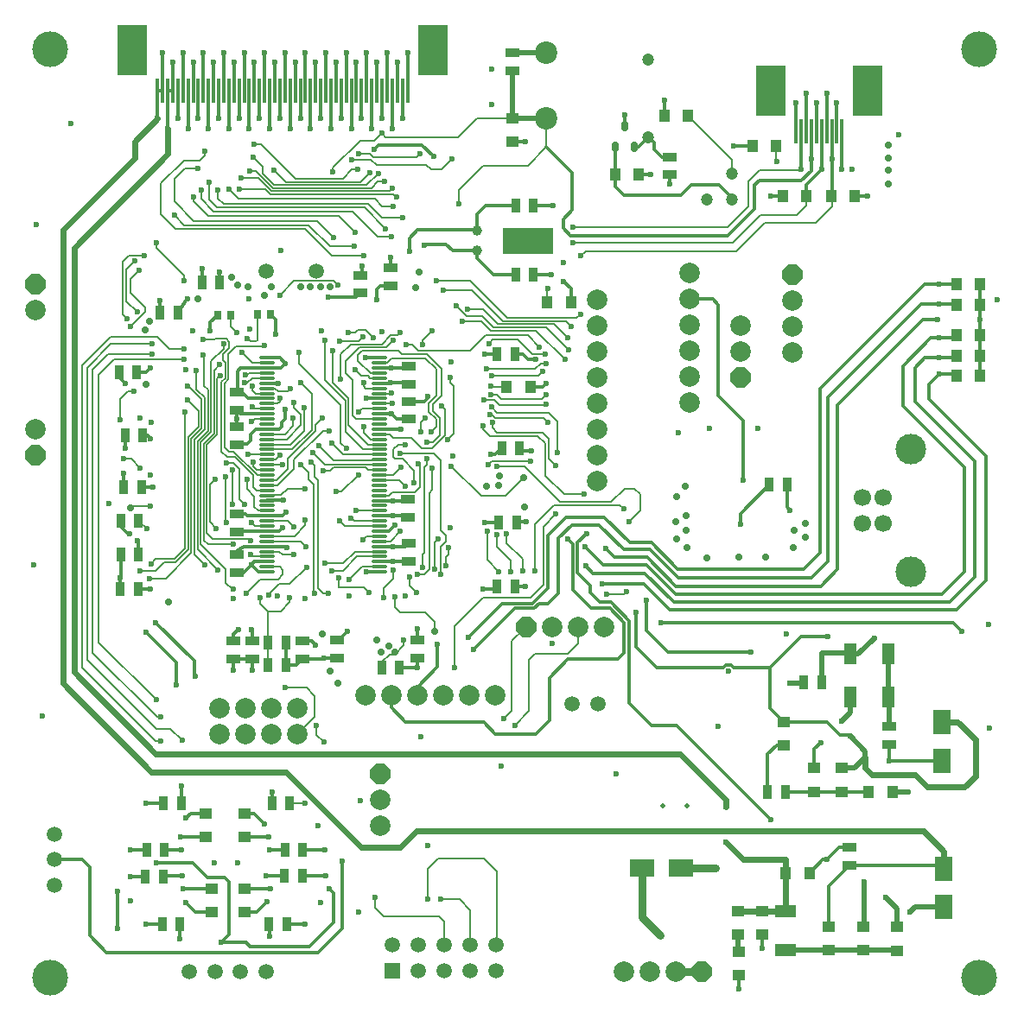
<source format=gbl>
G04 Layer_Physical_Order=4*
G04 Layer_Color=16711680*
%FSLAX43Y43*%
%MOMM*%
G71*
G01*
G75*
%ADD10R,1.000X1.300*%
%ADD19R,0.300X5.000*%
%ADD20R,3.000X5.000*%
%ADD21R,0.300X4.000*%
%ADD27R,1.750X2.400*%
%ADD28R,0.850X1.400*%
%ADD29R,1.400X0.850*%
%ADD30R,1.300X1.000*%
G04:AMPARAMS|DCode=34|XSize=0.65mm|YSize=1mm|CornerRadius=0.163mm|HoleSize=0mm|Usage=FLASHONLY|Rotation=0.000|XOffset=0mm|YOffset=0mm|HoleType=Round|Shape=RoundedRectangle|*
%AMROUNDEDRECTD34*
21,1,0.650,0.675,0,0,0.0*
21,1,0.325,1.000,0,0,0.0*
1,1,0.325,0.163,-0.338*
1,1,0.325,-0.163,-0.338*
1,1,0.325,-0.163,0.338*
1,1,0.325,0.163,0.338*
%
%ADD34ROUNDEDRECTD34*%
%ADD37C,0.300*%
%ADD38C,0.152*%
%ADD39C,0.200*%
%ADD40C,0.800*%
%ADD41C,0.500*%
%ADD42C,0.600*%
%ADD43C,0.320*%
%ADD46C,1.500*%
%ADD47C,0.700*%
%ADD48C,2.000*%
%ADD49C,1.200*%
%ADD50R,1.500X1.500*%
%ADD51P,2.165X8X112.5*%
%ADD52C,2.200*%
%ADD53P,2.165X8X22.5*%
%ADD54C,1.700*%
%ADD55C,3.000*%
%ADD56C,0.100*%
%ADD57C,1.000*%
%ADD58C,0.600*%
%ADD59C,3.500*%
%ADD60C,0.500*%
%ADD61R,2.000X1.250*%
%ADD62O,1.600X0.300*%
%ADD63R,1.250X2.000*%
%ADD64R,2.400X1.750*%
%ADD65R,5.000X2.500*%
%ADD66R,0.800X0.900*%
D10*
X115200Y164550D02*
D03*
X117500D02*
D03*
X99750Y137925D02*
D03*
X102050D02*
D03*
X133875Y156600D02*
D03*
X131575D02*
D03*
X126800D02*
D03*
X129100D02*
D03*
X143850Y143000D02*
D03*
X146150D02*
D03*
X143850Y139000D02*
D03*
X146150D02*
D03*
X143850Y141000D02*
D03*
X146150D02*
D03*
Y148000D02*
D03*
X143850D02*
D03*
Y146000D02*
D03*
X146150D02*
D03*
X129400Y90250D02*
D03*
X127100D02*
D03*
X137525Y98225D02*
D03*
X135225D02*
D03*
X112675Y158725D02*
D03*
X110375Y158725D02*
D03*
X103725Y146225D02*
D03*
X106025D02*
D03*
X126125Y161550D02*
D03*
X123825D02*
D03*
D19*
X132600Y161750D02*
D03*
X131100Y164250D02*
D03*
X130600Y161750D02*
D03*
X129100Y164250D02*
D03*
X128600Y161750D02*
D03*
X70025Y168225D02*
D03*
X74025D02*
D03*
X72525Y165725D02*
D03*
X70525D02*
D03*
X68525D02*
D03*
X68025Y168225D02*
D03*
X66525Y165725D02*
D03*
X66025Y168225D02*
D03*
X72025D02*
D03*
X76025D02*
D03*
X76525Y165725D02*
D03*
X74525D02*
D03*
X78025Y168225D02*
D03*
X78525Y165725D02*
D03*
X80525D02*
D03*
X80025Y168225D02*
D03*
X82025D02*
D03*
X82525Y165725D02*
D03*
X84025Y168225D02*
D03*
X84525Y165725D02*
D03*
X86025Y168225D02*
D03*
X86525Y165725D02*
D03*
X88025Y168225D02*
D03*
X88525Y165725D02*
D03*
X90025Y168225D02*
D03*
D20*
X125600Y167000D02*
D03*
X135100D02*
D03*
X92525Y170975D02*
D03*
X63025D02*
D03*
D21*
X128100Y163750D02*
D03*
X132100D02*
D03*
X131600Y162250D02*
D03*
X130100Y163750D02*
D03*
X129600Y162250D02*
D03*
X89525Y166225D02*
D03*
X89025Y167725D02*
D03*
X87525Y166225D02*
D03*
X87025Y167725D02*
D03*
X85525Y166225D02*
D03*
X85025Y167725D02*
D03*
X83525Y166225D02*
D03*
X83025Y167725D02*
D03*
X81025D02*
D03*
X81525Y166225D02*
D03*
X79525D02*
D03*
X77525D02*
D03*
X79025Y167725D02*
D03*
X77025D02*
D03*
X75025D02*
D03*
X75525Y166225D02*
D03*
X73525D02*
D03*
X73025Y167725D02*
D03*
X71525Y166225D02*
D03*
X71025Y167725D02*
D03*
X69025D02*
D03*
X69525Y166225D02*
D03*
X65525D02*
D03*
X67025Y167725D02*
D03*
X67525Y166225D02*
D03*
D27*
X142600Y90725D02*
D03*
Y86925D02*
D03*
X142400Y105100D02*
D03*
Y101300D02*
D03*
D28*
X67875Y97100D02*
D03*
X66125D02*
D03*
X63675Y124825D02*
D03*
X61925D02*
D03*
X87500Y110425D02*
D03*
X89250D02*
D03*
X127225Y128325D02*
D03*
X125475D02*
D03*
X69875Y148175D02*
D03*
X71625D02*
D03*
X65800Y145225D02*
D03*
X67550D02*
D03*
X61750Y139400D02*
D03*
X63500Y139400D02*
D03*
X62350Y133150D02*
D03*
X64100D02*
D03*
X61925Y121475D02*
D03*
X63675D02*
D03*
X63650Y118150D02*
D03*
X61900D02*
D03*
X100575Y118375D02*
D03*
X98825D02*
D03*
X100700Y124625D02*
D03*
X98950D02*
D03*
X101025Y131925D02*
D03*
X99275D02*
D03*
X100525Y141150D02*
D03*
X98775D02*
D03*
X100625Y148900D02*
D03*
X102375D02*
D03*
X100625Y155700D02*
D03*
X102375D02*
D03*
X128875Y108975D02*
D03*
X130625D02*
D03*
X125275Y98250D02*
D03*
X127025D02*
D03*
X78225Y85250D02*
D03*
X76475D02*
D03*
X77975Y90025D02*
D03*
X79725D02*
D03*
X78000Y92550D02*
D03*
X79750D02*
D03*
X62225Y128150D02*
D03*
X63975Y128150D02*
D03*
X78100Y110700D02*
D03*
X76350D02*
D03*
X78100Y112847D02*
D03*
X76350D02*
D03*
X64475Y92550D02*
D03*
X66225D02*
D03*
X64350Y89928D02*
D03*
X66100D02*
D03*
X67750Y85250D02*
D03*
X66000D02*
D03*
X76750Y97125D02*
D03*
X78500D02*
D03*
D29*
X73297Y125493D02*
D03*
Y123743D02*
D03*
X90072Y125143D02*
D03*
X90072Y126893D02*
D03*
X73300Y132250D02*
D03*
X73300Y134000D02*
D03*
X73322Y137393D02*
D03*
X73322Y135643D02*
D03*
X73297Y119768D02*
D03*
X73297Y121518D02*
D03*
X90131Y139968D02*
D03*
X90131Y138218D02*
D03*
X90119Y136525D02*
D03*
X90119Y134775D02*
D03*
X90122Y122593D02*
D03*
X90122Y120843D02*
D03*
X88350Y147825D02*
D03*
Y149575D02*
D03*
X85400Y148875D02*
D03*
X85400Y147125D02*
D03*
X73000Y113025D02*
D03*
Y111275D02*
D03*
X74825D02*
D03*
Y113025D02*
D03*
X79750Y111275D02*
D03*
Y113025D02*
D03*
X83100Y111375D02*
D03*
Y113125D02*
D03*
X137225Y104650D02*
D03*
Y102900D02*
D03*
X133300Y91050D02*
D03*
Y92800D02*
D03*
X100275Y168950D02*
D03*
X100275Y170700D02*
D03*
X115750Y160475D02*
D03*
Y158725D02*
D03*
X91000Y113100D02*
D03*
Y111350D02*
D03*
D30*
X131275Y82725D02*
D03*
Y85025D02*
D03*
X132575Y98250D02*
D03*
Y100550D02*
D03*
X126900Y102800D02*
D03*
Y105100D02*
D03*
X100275Y161975D02*
D03*
Y164275D02*
D03*
X134725Y82700D02*
D03*
Y85000D02*
D03*
X129900Y98250D02*
D03*
Y100550D02*
D03*
X137975Y84975D02*
D03*
Y82675D02*
D03*
X70850Y88750D02*
D03*
Y86450D02*
D03*
X74100D02*
D03*
Y88750D02*
D03*
X74025Y93825D02*
D03*
Y96125D02*
D03*
X70225D02*
D03*
Y93825D02*
D03*
X122425Y84225D02*
D03*
Y86525D02*
D03*
X124748Y84250D02*
D03*
Y86550D02*
D03*
X122450Y82550D02*
D03*
Y80250D02*
D03*
D34*
X111325Y163500D02*
D03*
X110375Y161500D02*
D03*
X112275D02*
D03*
D37*
X67875Y97100D02*
Y98850D01*
X103250Y137925D02*
X103600Y138275D01*
X102050Y137925D02*
X103250D01*
X105300Y148300D02*
X106025Y147575D01*
Y146225D02*
Y147575D01*
X101875Y140600D02*
X102600D01*
X101325Y141150D02*
X101875Y140600D01*
X100525Y141150D02*
X101325D01*
X83025Y169475D02*
X83025Y169475D01*
X85025Y169475D02*
X85025Y169475D01*
X87025Y169475D02*
X87025Y169475D01*
X89025Y169475D02*
X89025Y169475D01*
X78525Y163225D02*
X78525Y163225D01*
X86525Y163225D02*
X86525Y163225D01*
X88525Y163225D02*
X88525Y163225D01*
X99325Y131650D02*
X99350Y131625D01*
X99375Y131650D01*
X137225Y101250D02*
X142350D01*
X142400Y101300D01*
X74825Y110150D02*
Y111275D01*
X73000D02*
X74825D01*
X122650Y124450D02*
Y125500D01*
X125475Y128325D01*
X127225Y126150D02*
X127525Y125850D01*
X127225Y126150D02*
Y128325D01*
X117650Y146535D02*
X119940D01*
X120475Y146000D01*
Y137100D02*
Y146000D01*
Y137100D02*
X122950Y134625D01*
Y128825D02*
Y134625D01*
X106025Y146225D02*
X106050Y146200D01*
X124050Y157700D02*
X124500Y158150D01*
X124050Y155399D02*
Y157700D01*
X121426Y152775D02*
X124050Y155399D01*
X105975Y152775D02*
X121426D01*
X61750Y138900D02*
X62350Y138300D01*
X61750Y138900D02*
Y139400D01*
X63500Y139400D02*
X63525Y139375D01*
X64450D01*
X64875Y139800D01*
X62350Y131950D02*
Y133150D01*
X62225Y129425D02*
X62225Y129425D01*
Y128150D02*
Y129425D01*
X61875Y119250D02*
X61900Y119225D01*
Y118150D02*
Y119225D01*
X130450Y121675D02*
Y137775D01*
X128875Y120100D02*
X130450Y121675D01*
Y137775D02*
X140675Y148000D01*
X109225Y120475D02*
X113400D01*
X129600Y119200D02*
X131250Y120850D01*
Y136950D01*
X140350Y146050D01*
X108225Y119675D02*
X113250D01*
X109100Y118600D02*
X113150D01*
X145575Y119275D02*
Y130650D01*
X144575Y119775D02*
Y130025D01*
X138575Y136025D02*
X144575Y130025D01*
X139750Y136475D02*
X145575Y130650D01*
X141150Y136725D02*
X146725Y131150D01*
Y118925D02*
Y131150D01*
X138575Y136025D02*
Y139975D01*
X139750Y136475D02*
Y139825D01*
X141150Y136725D02*
Y138200D01*
X113425Y114075D02*
Y116975D01*
X138575Y139975D02*
X141325Y142725D01*
X142150D01*
X107400Y122300D02*
X109225Y120475D01*
X107500Y120400D02*
X108225Y119675D01*
X141150Y138200D02*
X142150Y139200D01*
X139750Y139825D02*
X140725Y140800D01*
X77100Y143100D02*
Y144500D01*
X76600Y145000D02*
X77100Y144500D01*
X70700Y143450D02*
Y144250D01*
X71425Y144975D01*
X71625Y148175D02*
Y149200D01*
X115175Y166000D02*
X115200Y165975D01*
Y164550D02*
Y165975D01*
X121850Y156325D02*
Y156500D01*
X120575Y157775D02*
X121850Y156500D01*
X117875Y157775D02*
X120575D01*
X116850Y156750D02*
X117875Y157775D01*
X111225Y156750D02*
X116850D01*
X110375Y157600D02*
X111225Y156750D01*
X110375Y157600D02*
Y158725D01*
X112700Y161500D02*
X113625Y162425D01*
X112275Y161500D02*
X112700D01*
X103625Y161450D02*
X106175Y158900D01*
Y155250D02*
Y158900D01*
X105275Y154350D02*
X106175Y155250D01*
X105275Y153475D02*
Y154350D01*
Y153475D02*
X105975Y152775D01*
X129600Y159125D02*
Y160500D01*
X115750Y157850D02*
Y158725D01*
X114975Y160475D02*
X115750D01*
X114200Y161250D02*
X114975Y160475D01*
X114200Y161250D02*
Y161850D01*
X113625Y162425D02*
X114200Y161850D01*
X112675Y158725D02*
X113825D01*
X110375Y158725D02*
Y161500D01*
X111325Y163500D02*
Y164575D01*
X140675Y148000D02*
X142175D01*
X140350Y146050D02*
X142150D01*
X140725Y140800D02*
X142175D01*
X76247Y138293D02*
X77400D01*
X85972Y119793D02*
X87247D01*
X88465Y106485D02*
Y107725D01*
X74600Y83100D02*
X80450D01*
X74250Y83450D02*
X74600Y83100D01*
X71750Y83450D02*
X74250D01*
X71750D02*
X72550Y84250D01*
Y89425D01*
X82325Y88725D02*
X82750Y88300D01*
X72100Y89875D02*
X72550Y89425D01*
X70425Y89875D02*
X72100D01*
X69000Y91300D02*
X70425Y89875D01*
X65400Y91300D02*
X69000D01*
X83650Y84875D02*
Y91425D01*
X81250Y82475D02*
X83650Y84875D01*
X61650Y84825D02*
Y88475D01*
X60550Y82475D02*
X81250D01*
X58900Y84125D02*
X60550Y82475D01*
X58900Y84125D02*
Y90875D01*
X58175Y91600D02*
X58900Y90875D01*
X55425Y91600D02*
X58175D01*
X76500Y84075D02*
Y85182D01*
X76453Y85228D02*
X76500Y85182D01*
X65800Y145225D02*
Y146425D01*
X91700Y151800D02*
X91800Y151900D01*
X91000Y153300D02*
X96800D01*
X90200Y152500D02*
X91000Y153300D01*
X96800D02*
X96825Y153275D01*
X88168Y123793D02*
X88775Y124400D01*
X87247Y123793D02*
X88168D01*
X87247Y125293D02*
X90047D01*
X77793Y125293D02*
X78150Y125650D01*
X74332Y125293D02*
X77793D01*
X78054Y140257D02*
X78068D01*
X78075Y140250D01*
X91975Y136825D02*
Y137025D01*
X91675Y136525D02*
X91975Y136825D01*
X132400Y103800D02*
X133300D01*
X131100Y105100D02*
X132400Y103800D01*
X126900Y105100D02*
X131100D01*
X133300Y103800D02*
X133400Y103700D01*
X125600Y156600D02*
X126800D01*
X133875D02*
X135100D01*
X131600Y156625D02*
Y160500D01*
X90200Y151200D02*
Y152500D01*
X91800Y151900D02*
X93800D01*
X94425Y151275D01*
X96825D01*
X102375Y148900D02*
X104100D01*
X102375Y155700D02*
X104300D01*
X96800Y151250D02*
X96825Y151275D01*
X97700Y155700D02*
X100625D01*
X96825Y154825D02*
X97700Y155700D01*
X96825Y153275D02*
Y154825D01*
X131275Y85025D02*
Y89025D01*
X125275Y98250D02*
X125300Y98275D01*
Y101925D01*
X126175Y102800D01*
X126900D01*
X137225Y101250D02*
Y102900D01*
X127025Y98250D02*
X129900D01*
X135200D02*
X135225Y98225D01*
X132575Y98250D02*
X135200D01*
X129900D02*
X132575D01*
X65775Y145200D02*
X65800Y145225D01*
X97600Y141150D02*
X98775D01*
X100775Y124700D02*
X101700D01*
X86997Y146472D02*
X87025Y146500D01*
Y147475D01*
X87375Y147825D01*
X88350D01*
Y149575D02*
X88375Y149600D01*
Y150650D01*
X85550Y149025D02*
Y149775D01*
X85400Y148875D02*
X85550Y149025D01*
X69875Y148175D02*
Y149500D01*
X62225Y128150D02*
X62225Y128150D01*
X63650Y118150D02*
X63675Y118125D01*
X64875D01*
X61875Y118175D02*
X61900Y118150D01*
X73000Y110175D02*
Y111275D01*
Y113025D02*
Y113681D01*
X91000Y110425D02*
Y111350D01*
X100525Y118125D02*
X100550Y118100D01*
X100700Y124625D02*
X100775Y124700D01*
X90997Y114228D02*
X91000Y114225D01*
Y113100D02*
Y114225D01*
X79725Y90025D02*
X82025D01*
X76453Y85228D02*
X76475Y85250D01*
X87247Y120793D02*
X88593D01*
X87247D02*
X87247D01*
X88593D02*
X88600Y120800D01*
X87247Y120793D02*
X87254Y120800D01*
X88600D02*
X88643Y120843D01*
X90122D01*
X89779Y122250D02*
X90122Y122593D01*
X88650Y122250D02*
X89779D01*
X88607Y122293D02*
X88650Y122250D01*
X87247Y122293D02*
X88607D01*
X90031Y138318D02*
X90131Y138218D01*
X88400Y138318D02*
X90031D01*
X90119Y136525D02*
X91675D01*
X89963Y139800D02*
X90131Y139968D01*
X88425Y139800D02*
X89963D01*
X88375Y138293D02*
X88400Y138318D01*
X87247Y138293D02*
X88375D01*
X88950Y134775D02*
X90119D01*
X88425Y135300D02*
X88950Y134775D01*
X88418Y135293D02*
X88425Y135300D01*
X87247Y135293D02*
X88418D01*
Y139793D02*
X88425Y139800D01*
X87247Y139793D02*
X88418D01*
X87247Y133793D02*
X89350D01*
X87247Y133793D02*
X87247Y133793D01*
X78000Y134775D02*
Y135750D01*
X73172Y123793D02*
X73172Y123793D01*
X87247Y126793D02*
X90047D01*
X87247Y122293D02*
X87247Y122293D01*
X73297Y121818D02*
X73972Y122293D01*
X73777Y135673D02*
Y135673D01*
X73778Y135668D02*
Y135668D01*
X73778Y135668D02*
X73778Y135668D01*
X73778Y135668D02*
Y135668D01*
X73778Y135669D02*
X73778Y135668D01*
X73347Y137493D02*
Y139493D01*
X73647Y139793D01*
X73352Y135544D02*
X73405Y135560D01*
X73777Y135673D01*
X73322Y135643D02*
X73405Y135560D01*
X73778Y135669D02*
Y135669D01*
X73777Y135673D02*
X73778Y135669D01*
X73322Y134797D02*
Y135535D01*
Y135643D01*
X73269Y135518D02*
X73322Y135535D01*
X73352Y135544D01*
X73322Y134022D02*
Y134797D01*
X73300Y134000D02*
X73322Y134022D01*
X73405Y135560D02*
X73672Y135293D01*
X76247D01*
X74625Y133275D02*
X75143Y133793D01*
X74625Y132650D02*
Y133275D01*
X74350Y132375D02*
X74625Y132650D01*
X73425Y132375D02*
X74350D01*
X73300Y132250D02*
X73425Y132375D01*
X73647Y139793D02*
X77618D01*
X78075Y140250D01*
X76247Y140793D02*
X77532D01*
X78075Y140250D01*
X73972Y122293D02*
X76247D01*
X76254Y122300D01*
X78050D01*
X78175Y122175D01*
X73297Y125493D02*
X74132D01*
X74332Y125293D01*
X86007Y136793D02*
X87247D01*
X76247Y126793D02*
X76260Y126806D01*
X77854D01*
X73172Y123793D02*
X77443D01*
X77750Y124100D01*
X146150Y146000D02*
Y148000D01*
Y141000D02*
Y143000D01*
Y139000D02*
Y141000D01*
X142175Y148000D02*
X143850D01*
X142150Y146050D02*
X143800D01*
X143850Y146000D01*
X142150Y142725D02*
X143575D01*
X143850Y143000D01*
X142175Y140800D02*
X143650D01*
X143850Y141000D01*
X142150Y139200D02*
X143650D01*
X143850Y139000D01*
X72500Y113181D02*
X73000Y113025D01*
X68475Y146625D02*
X68500Y146600D01*
X67550Y145225D02*
X68475Y146625D01*
X85400Y147125D02*
Y147175D01*
X97575Y124650D02*
X98950Y124625D01*
X79750Y92550D02*
X81975D01*
X64400Y97150D02*
X66075D01*
X78225Y85250D02*
X79975D01*
X100275Y161975D02*
X101575D01*
X131275Y89025D02*
X133300Y91050D01*
X142275D01*
X142600Y90725D01*
X125550Y106450D02*
X126900Y105100D01*
X125550Y106450D02*
Y110450D01*
X129900Y100550D02*
Y102425D01*
X130525Y103050D01*
X73000Y113681D02*
X73497Y114178D01*
X92975Y110475D02*
Y112725D01*
X91005Y108505D02*
X92975Y110475D01*
X91005Y107725D02*
Y108505D01*
X82275Y146725D02*
X85000D01*
X85400Y147125D01*
X96800Y150550D02*
Y151250D01*
Y150550D02*
X98450Y148900D01*
X100625D01*
X83100Y113125D02*
X83325D01*
X84175Y113975D01*
X81850Y111375D02*
X83100D01*
X89250Y110425D02*
X91000D01*
X74825Y113025D02*
Y114100D01*
X74750Y114175D02*
X74825Y114100D01*
X78100Y110700D02*
Y112847D01*
Y110700D02*
X79175D01*
X79750Y111275D01*
X81750D01*
X81850Y111375D01*
X79750Y113025D02*
X80625D01*
X81025Y112625D01*
X75143Y133793D02*
X76247D01*
X76247Y133793D01*
X77468D01*
X77725Y134050D01*
Y134500D01*
X78000Y134775D01*
X73872Y137343D02*
X74422Y136793D01*
X76172D01*
X64100Y133150D02*
X64600D01*
X64875Y132875D01*
X63975Y128150D02*
X65100D01*
X65107Y128143D01*
X129400Y90250D02*
X130725Y91575D01*
X131100D01*
X132325Y92800D02*
X133300D01*
X131100Y91575D02*
X132325Y92800D01*
X85932Y140793D02*
X87247D01*
X146150Y143000D02*
Y144500D01*
Y146000D01*
X65525Y166975D02*
X66025D01*
X66525D02*
X67025D01*
X75432Y119793D02*
X76247D01*
X74725Y120500D02*
X75432Y119793D01*
X75018Y120793D02*
X76247D01*
X74725Y120500D02*
X75018Y120793D01*
X73297Y119768D02*
X73993D01*
X74725Y120500D01*
X61925Y119300D02*
Y121475D01*
X61875Y119250D02*
X61925Y119300D01*
Y124200D02*
Y124825D01*
Y124200D02*
X62600Y123525D01*
X62800D01*
X63675Y121475D02*
Y122700D01*
X63550Y122825D02*
X63675Y122700D01*
X122001Y110450D02*
X125550D01*
X121749Y110702D02*
X122001Y110450D01*
X121251Y110702D02*
X121749D01*
X120999Y110450D02*
X121251Y110702D01*
X114425Y110450D02*
X120999D01*
X112400Y112475D02*
X114425Y110450D01*
X112400Y112475D02*
Y115825D01*
X112375Y115850D02*
X112400Y115825D01*
X113400Y120475D02*
X116275Y117600D01*
X142400D01*
X144575Y119775D01*
X113250Y119675D02*
X116100Y116825D01*
X143125D01*
X145575Y119275D01*
X128575Y113475D02*
X131250D01*
X125550Y110450D02*
X128575Y113475D01*
X114875Y114825D02*
X143500D01*
X144325Y114000D01*
X113150Y118600D02*
X115700Y116050D01*
X143850D01*
X146725Y118925D01*
X116400Y104725D02*
X125650Y95475D01*
X106200Y118025D02*
Y122550D01*
X105750Y123000D02*
X106200Y122550D01*
X106652Y122652D02*
X107550Y123550D01*
X107575D01*
X67825Y93825D02*
X70147D01*
X66225Y92550D02*
X67850D01*
X62875D02*
X64475D01*
X62850Y92525D02*
X62875Y92550D01*
X66147Y89975D02*
X67950D01*
X66100Y89928D02*
X66147Y89975D01*
X64322Y89900D02*
X64350Y89928D01*
X62900Y89900D02*
X64322D01*
X64450Y85250D02*
X66000D01*
X66000Y85250D01*
X67750Y83850D02*
Y85250D01*
X67725Y83825D02*
X67750Y83850D01*
X68025Y88725D02*
X70825D01*
X70850Y88750D01*
X68300Y87375D02*
X69225Y86450D01*
X70850D01*
X76750Y97125D02*
Y98225D01*
X76750Y98225D02*
X76750Y98225D01*
X80450Y83100D02*
X82750Y85400D01*
Y88300D01*
X75225Y86450D02*
X76225Y87450D01*
X74100Y86450D02*
X75225D01*
X74125Y88725D02*
X76575D01*
X74100Y88750D02*
X74125Y88725D01*
X77950Y90050D02*
X77975Y90025D01*
X74025Y93825D02*
X76400D01*
X74975Y96125D02*
X76025Y95075D01*
X74025Y96125D02*
X74975D01*
X65375Y114850D02*
X69150Y111075D01*
Y109575D02*
X69200D01*
X64450Y113875D02*
X67400Y110925D01*
Y108725D02*
Y110925D01*
X69150Y109575D02*
Y111075D01*
X76525Y92550D02*
X78000D01*
X78000Y92550D01*
X76200Y90000D02*
X77900D01*
X77950Y90050D01*
X68325Y95675D02*
X68775Y96125D01*
X70225D01*
X106652Y119723D02*
Y122652D01*
X113950Y104725D02*
X116400D01*
X100575Y118375D02*
X101550D01*
X101575Y118350D01*
X97468Y118143D02*
X98593D01*
X98825Y118375D01*
X96000Y113400D02*
X99300Y116700D01*
X102275D01*
X103800Y118225D01*
Y123400D01*
X96500Y112200D02*
X100548Y116248D01*
X102462D01*
X102914Y116700D01*
X103775D01*
X104800Y117725D01*
Y123100D01*
X111725Y106950D02*
X113950Y104725D01*
X107920Y117755D02*
Y118455D01*
X106652Y119723D02*
X107920Y118455D01*
Y117755D02*
X108850Y116825D01*
X109925D01*
X111725Y115025D01*
Y106950D02*
Y115025D01*
X106200Y118025D02*
X108000Y116225D01*
X109886D01*
X111273Y114838D01*
Y111875D02*
Y114838D01*
X110623Y111225D02*
X111273Y111875D01*
X98650Y131300D02*
X99275Y131925D01*
X98175Y131300D02*
X98650D01*
X101025Y131925D02*
X101325Y131625D01*
X102150D01*
X104800Y123100D02*
X106125Y124425D01*
X103800Y123400D02*
X105575Y125175D01*
X106125Y124425D02*
X108800D01*
X111250Y121975D01*
X105575Y125175D02*
X109325D01*
X111825Y122675D01*
X111250Y121975D02*
X113750D01*
X116525Y119200D01*
X129600D01*
X111825Y122675D02*
X113900D01*
X116475Y120100D01*
X128875D01*
X123648Y111973D02*
X123650Y111975D01*
X115527Y111973D02*
X123648D01*
X113425Y114075D02*
X115527Y111973D01*
X88465Y106485D02*
X89850Y105100D01*
X97481D01*
X98656Y103925D01*
X103925Y109425D02*
X105725Y111225D01*
X110623D01*
X98656Y103925D02*
X102600D01*
X103925Y105250D01*
Y109425D01*
X88025Y168225D02*
Y170725D01*
X86775Y161250D02*
X87175Y161650D01*
X91425D01*
X92575Y160500D01*
X129100Y156600D02*
Y157750D01*
X130600Y159250D01*
X124500Y158150D02*
X128625D01*
X129600Y159125D01*
X122025Y161550D02*
X123825D01*
X124748Y82877D02*
Y84250D01*
Y82877D02*
X124750Y82875D01*
X122450Y78875D02*
Y80250D01*
D38*
X98825Y135425D02*
X103850D01*
X103350Y134900D02*
X103750Y134500D01*
X98647Y134900D02*
X103350D01*
X103300Y133450D02*
X103900Y132850D01*
X98800Y133450D02*
X103300D01*
X99175Y136775D02*
X103225D01*
X98750Y137200D02*
X99175Y136775D01*
X103225D02*
X103600Y137150D01*
X98300Y137925D02*
X99750D01*
X106612Y144687D02*
X107000Y145075D01*
X102625Y143425D02*
X105450Y140600D01*
X98200Y143425D02*
X102625D01*
X103625Y143775D02*
X105800Y141600D01*
X98425Y143775D02*
X103625D01*
X104371Y144079D02*
X105725Y142725D01*
X103075Y140250D02*
X103625D01*
X102875Y139050D02*
X103275Y139450D01*
X105542Y144383D02*
X106100Y143825D01*
X99342Y144383D02*
X105542D01*
X99813Y144687D02*
X106612D01*
X103725Y147525D02*
X103750Y147550D01*
X103725Y146225D02*
Y147525D01*
X87550Y154500D02*
X89525D01*
X86175Y155875D02*
X87550Y154500D01*
X72000Y155875D02*
X86175D01*
X71475Y156400D02*
X72000Y155875D01*
X71475Y156400D02*
Y157250D01*
X85799Y155500D02*
X87862Y153437D01*
X71375Y155500D02*
X85799D01*
X70600Y156275D02*
X71375Y155500D01*
X84650Y155125D02*
X87075Y152700D01*
X71050Y155125D02*
X84650D01*
X69800Y156375D02*
X71050Y155125D01*
X83300Y154700D02*
X84900Y153100D01*
X70475Y154700D02*
X83300D01*
X69050Y156125D02*
X70475Y154700D01*
X81150Y154200D02*
X82800Y152550D01*
X69100Y154200D02*
X81150D01*
X67200Y156100D02*
X69100Y154200D01*
X80325Y153800D02*
X82425Y151700D01*
X68150Y153800D02*
X80325D01*
X67200Y154750D02*
X68150Y153800D01*
X102225Y141175D02*
X103525D01*
X98250Y139050D02*
X102875D01*
X102525Y139700D02*
X103075Y140250D01*
X97750Y139700D02*
X102525D01*
X103900Y130900D02*
X104575Y130225D01*
X103900Y130900D02*
Y132850D01*
X62500Y149475D02*
X63275Y150250D01*
X82778Y148322D02*
X83200Y147900D01*
X78916Y148322D02*
X82778D01*
X77497Y146903D02*
X78916Y148322D01*
X62650Y137475D02*
X63200D01*
X89675Y112625D02*
Y113150D01*
X77136Y130793D02*
X77551Y131208D01*
X76247Y130793D02*
X77136D01*
X86146Y129793D02*
X87247D01*
X85900Y130039D02*
X86146Y129793D01*
X82789Y130039D02*
X85900D01*
X82475Y129725D02*
X82789Y130039D01*
X81725Y129725D02*
X82475D01*
X74900Y130130D02*
Y130525D01*
Y130130D02*
X75237Y129793D01*
X76247D01*
X76950Y159200D02*
X78117Y158033D01*
X85434D01*
X88443Y137293D02*
X88450Y137300D01*
X87247Y137293D02*
X88443D01*
X100800Y142600D02*
X102225Y141175D01*
X98400Y142600D02*
X100800D01*
X98000Y142200D02*
X98400Y142600D01*
X97250Y144375D02*
X98200Y143425D01*
X130025Y154025D02*
X131600Y155600D01*
X125050Y154025D02*
X130025D01*
X122275Y151250D02*
X125050Y154025D01*
X131600Y155600D02*
Y156625D01*
X107500Y151250D02*
X122275D01*
X124644Y154794D02*
X128194D01*
X123881Y154031D02*
X124644Y154794D01*
X121925Y152075D02*
X123881Y154031D01*
X106250Y152075D02*
X121925D01*
X128194Y154794D02*
X129100Y155700D01*
X124500Y159150D02*
X128500D01*
X123400Y158050D02*
X124500Y159150D01*
X123400Y155625D02*
Y158050D01*
X121350Y153575D02*
X123400Y155625D01*
X106250Y153575D02*
X121350D01*
X129100Y155700D02*
Y156600D01*
X107025Y150775D02*
X107500Y151250D01*
X58150Y140050D02*
X60900Y142800D01*
X58150Y110450D02*
Y140050D01*
Y110450D02*
X65350Y103250D01*
X58650Y139825D02*
X60975Y142150D01*
X58650Y111150D02*
Y139825D01*
Y111150D02*
X65400Y104400D01*
X59200Y139625D02*
X60718Y141143D01*
X59200Y111875D02*
Y139625D01*
X61265Y140615D02*
X68090D01*
X59750Y139100D02*
X61265Y140615D01*
X59750Y112900D02*
Y139100D01*
Y112900D02*
X65400Y107250D01*
X61900Y136725D02*
X62650Y137475D01*
X61900Y134700D02*
Y136725D01*
X63675Y124625D02*
Y124825D01*
X60900Y142800D02*
X65525D01*
X60975Y142150D02*
X65000D01*
X60718Y141143D02*
X65007D01*
X75300Y142525D02*
Y145000D01*
X72725Y143850D02*
X73275Y143300D01*
X72725Y143850D02*
Y144975D01*
X91787Y140712D02*
X92825Y139675D01*
X88463Y140712D02*
X91787D01*
X92825Y137075D02*
Y139675D01*
X62500Y146325D02*
Y149475D01*
X62100Y145050D02*
Y150225D01*
X62900Y148475D02*
X63750Y149325D01*
X62900Y147200D02*
Y148475D01*
X78900Y129896D02*
Y130808D01*
X78325Y130940D02*
X80979Y133594D01*
X78325Y129900D02*
Y130940D01*
X77218Y128793D02*
X78325Y129900D01*
X76247Y128793D02*
X77218D01*
X77743Y130293D02*
X77775Y130325D01*
X77551Y131208D02*
Y131225D01*
X76247Y131793D02*
X78748D01*
X80979Y133594D02*
Y134179D01*
X81700Y134900D01*
X74275Y127950D02*
Y128900D01*
Y127950D02*
X75022Y127203D01*
X74900Y128150D02*
Y129270D01*
X73124Y131046D02*
X74900Y129270D01*
X75307Y129293D02*
X76247D01*
X73003Y131597D02*
X75307Y129293D01*
X72354Y131046D02*
X73124D01*
X72506Y131597D02*
X73003D01*
X72105Y131997D02*
X72506Y131597D01*
X74425Y131300D02*
X74432Y131293D01*
X76247D01*
X71801Y131599D02*
X72354Y131046D01*
X71801Y131599D02*
Y138404D01*
X72105Y131997D02*
Y138278D01*
X71801Y138404D02*
X72178Y138781D01*
X72105Y138278D02*
X72482Y138655D01*
X70779Y140429D02*
X72025Y141675D01*
X72178Y138781D02*
Y140294D01*
X71925Y140547D02*
X72178Y140294D01*
X78748Y131793D02*
X80675Y133720D01*
X78572Y132293D02*
X79900Y133621D01*
X78175Y132793D02*
X79550Y134168D01*
X80950Y129100D02*
Y130250D01*
X80600Y130600D02*
X80950Y130250D01*
Y129100D02*
X81300Y128750D01*
X92177Y120081D02*
Y120555D01*
X92172Y120561D02*
X92177Y120555D01*
X72848Y118093D02*
X72972D01*
X72197Y118744D02*
X72848Y118093D01*
X80825Y117775D02*
X80900Y117700D01*
X80825Y117775D02*
Y128351D01*
X93325Y136100D02*
X93701Y135724D01*
Y133203D02*
Y135724D01*
X93460Y132962D02*
X93701Y133203D01*
X92550Y136225D02*
X93372Y137047D01*
X92550Y135525D02*
Y136225D01*
Y135525D02*
X93175Y134900D01*
X93372Y137047D02*
Y139703D01*
X93175Y133225D02*
Y134900D01*
X121850Y158825D02*
Y160200D01*
X117500Y164550D02*
X121850Y160200D01*
X88662Y156813D02*
X88975Y156500D01*
X76572Y156813D02*
X88662D01*
X76085Y157300D02*
X76572Y156813D01*
X73525Y157300D02*
X76085D01*
X88292Y157117D02*
X88550Y157375D01*
X76698Y157117D02*
X88292D01*
X75390Y158425D02*
X76698Y157117D01*
X73750Y158425D02*
X75390D01*
X87122Y158075D02*
X87775D01*
X86468Y157421D02*
X87122Y158075D01*
X76824Y157421D02*
X86468D01*
X75145Y159100D02*
X76824Y157421D01*
X74575Y159100D02*
X75145D01*
X86025Y157725D02*
X87150Y158850D01*
X76950Y157725D02*
X86025D01*
X77425Y156365D02*
X78675D01*
X77423Y156367D02*
X77425Y156365D01*
X78675D02*
X78677Y156367D01*
X75025Y161700D02*
X75700D01*
X76247Y137793D02*
X76275Y137765D01*
X83705Y119900D02*
X85098Y121293D01*
X82650Y119900D02*
X83705D01*
X84275Y119025D02*
X85571Y120321D01*
X83723Y120625D02*
X84891Y121793D01*
X81975Y120625D02*
X83723D01*
X87219Y120321D02*
X87247Y120293D01*
X85571Y120321D02*
X87219D01*
X83576Y127650D02*
X85201Y129275D01*
X91097Y130368D02*
X91225Y130240D01*
X90743Y127593D02*
X91225Y128075D01*
Y130240D01*
X88625Y131050D02*
X88804Y130872D01*
X89326Y131400D02*
X92590D01*
X93460Y132958D02*
Y132962D01*
X92403Y131900D02*
X93460Y132958D01*
X88821Y143001D02*
X89076D01*
X88819Y143003D02*
X88821Y143001D01*
X96150Y148350D02*
X99813Y144687D01*
X92850Y148350D02*
X96150D01*
X96350Y147375D02*
X99342Y144383D01*
X93575Y147375D02*
X96350D01*
X98896Y144079D02*
X104371D01*
X97425Y145550D02*
X98896Y144079D01*
X95900Y145550D02*
X97425D01*
X97325Y144875D02*
X98425Y143775D01*
X95800Y144875D02*
X97325D01*
X94825Y145850D02*
X95800Y144875D01*
X95425Y144375D02*
X97250D01*
X103625Y161450D02*
Y164225D01*
X95025Y155900D02*
Y157250D01*
X97400Y159625D01*
X101800D01*
X103625Y161450D01*
X94975Y162425D02*
X96825Y164275D01*
X87875Y162425D02*
X94975D01*
X66800Y104400D02*
X67925Y103275D01*
X65400Y104400D02*
X66800D01*
X65350Y103250D02*
X65850D01*
X68090Y140615D02*
X68125Y140650D01*
X65525Y142800D02*
X66675Y141650D01*
X68100D01*
X62900Y147200D02*
X64350Y145750D01*
X62100Y145050D02*
X62550Y144600D01*
X84249Y134240D02*
X86196Y132293D01*
X84249Y134240D02*
Y136801D01*
X82700Y138350D02*
X84249Y136801D01*
X82700Y138350D02*
Y141475D01*
X82675Y141500D02*
X82700Y141475D01*
X92172Y120561D02*
Y127543D01*
X77501Y136490D02*
Y136825D01*
X85434Y158033D02*
X86300Y158900D01*
X86808Y156367D02*
X87525Y155650D01*
X78677Y156367D02*
X86808D01*
X76600D02*
X77423D01*
X76598Y156369D02*
X76600Y156367D01*
X76025Y156369D02*
X76598D01*
X76023Y156371D02*
X76025Y156369D01*
X74950Y156371D02*
X76023D01*
X74948Y156373D02*
X74950Y156371D01*
X74025Y156373D02*
X74948D01*
X74023Y156375D02*
X74025Y156373D01*
X73450Y156375D02*
X74023D01*
X62700Y150825D02*
X64275D01*
X62100Y150225D02*
X62700Y150825D01*
X79062Y158337D02*
X83713D01*
X75700Y161700D02*
X79062Y158337D01*
X87525Y155650D02*
X88625D01*
X88975Y156500D02*
X89000Y156525D01*
X65850Y154875D02*
X67325Y153400D01*
X87075Y152700D02*
X88475D01*
X69800Y156375D02*
Y157250D01*
X83713Y158337D02*
X84600Y159225D01*
X72525Y157300D02*
X73450Y156375D01*
X93297Y123868D02*
X93775Y123390D01*
X88368Y122793D02*
X89325Y123750D01*
X83926Y124318D02*
X87222D01*
X84801Y124793D02*
X87247D01*
X87222Y124318D02*
X87247Y124293D01*
X83404Y124840D02*
X83926Y124318D01*
X85997Y123293D02*
X87247D01*
X85622Y122918D02*
X85997Y123293D01*
X81300Y118223D02*
X81798Y117725D01*
X81300Y118223D02*
Y128750D01*
X76447Y117543D02*
Y117597D01*
X77450Y118600D01*
X78500D01*
X80150Y120250D01*
X80325Y128851D02*
Y129525D01*
Y128851D02*
X80825Y128351D01*
X75022Y126175D02*
Y127203D01*
X78968Y123293D02*
X80025Y124350D01*
Y124925D01*
X73575Y126925D02*
X74050Y126450D01*
X73575Y126925D02*
Y129853D01*
X74550Y123025D02*
X74675Y122900D01*
X72175Y124725D02*
X72275Y124625D01*
X72175Y124725D02*
Y129100D01*
X72850Y126400D02*
Y129775D01*
X72953Y130475D02*
X73575Y129853D01*
X72300Y130475D02*
X72953D01*
X75257Y127793D02*
X76247D01*
X74900Y128150D02*
X75257Y127793D01*
X79425Y140250D02*
X83482Y136193D01*
X79425Y140250D02*
Y141318D01*
X85676Y131793D02*
X87247D01*
X85750Y133425D02*
X86382Y132793D01*
X87247D01*
X85750Y133425D02*
Y134000D01*
X92500Y132550D02*
X93175Y133225D01*
X91900Y132550D02*
X92500D01*
X92325Y133525D02*
X92825Y134025D01*
Y134775D01*
X92100Y135500D02*
X92825Y134775D01*
X92100Y135500D02*
Y136350D01*
X92825Y137075D01*
X88518Y127593D02*
X90743D01*
X88647Y129293D02*
X89385Y130031D01*
X83026Y127650D02*
X83576D01*
X83482Y132433D02*
X84025Y131890D01*
X81925Y138612D02*
Y142500D01*
X83945Y133524D02*
X85676Y131793D01*
X83945Y133524D02*
Y136592D01*
X81925Y138612D02*
X83945Y136592D01*
X83732Y131293D02*
X87247D01*
X82625Y132400D02*
X83732Y131293D01*
X82700Y159000D02*
Y159400D01*
X62500Y146325D02*
X63550Y145275D01*
X69050Y156125D02*
Y156575D01*
X70000Y142600D02*
X71100D01*
X65400Y151600D02*
Y152100D01*
Y151600D02*
X68150Y148850D01*
Y148350D02*
Y148850D01*
X68250Y159350D02*
X69500D01*
X67200Y158300D02*
X68250Y159350D01*
X67200Y156100D02*
Y158300D01*
X68125Y160150D02*
X69700D01*
X65850Y157875D02*
X68125Y160150D01*
X72025Y141675D02*
Y142150D01*
X65850Y154875D02*
Y157875D01*
X100525Y141150D02*
X100650Y141275D01*
X87705Y117306D02*
Y118230D01*
X70600Y156275D02*
Y158025D01*
X75800Y158875D02*
X76950Y157725D01*
X87862Y153437D02*
X87875Y153450D01*
X98730Y83270D02*
X98760Y83300D01*
Y90455D01*
X97535Y91680D02*
X98760Y90455D01*
X93035Y91680D02*
X97535D01*
X92005Y90650D02*
X93035Y91680D01*
X92005Y87710D02*
Y90650D01*
X96185Y83275D02*
X96190Y83270D01*
X96185Y83275D02*
Y86630D01*
X95125Y87690D02*
X96185Y86630D01*
X93275Y87690D02*
X95125D01*
X93635Y83285D02*
X93650Y83270D01*
X93635Y83285D02*
Y85505D01*
X93110Y86030D02*
X93635Y85505D01*
X87710Y86030D02*
X93110D01*
X86835Y86905D02*
X87710Y86030D01*
X86835Y86905D02*
Y87880D01*
X84000Y139290D02*
Y140500D01*
X91950Y141125D02*
X93372Y139703D01*
X91440Y131900D02*
X92403D01*
X90440Y132900D02*
X91440Y131900D01*
X91347Y134447D02*
X91800Y134900D01*
X91347Y133543D02*
Y134447D01*
X88650Y132900D02*
X90440D01*
X88257Y133293D02*
X88650Y132900D01*
X87240Y137800D02*
X87247Y137793D01*
X85900Y137800D02*
X87240D01*
X85725Y137975D02*
X85900Y137800D01*
X85725Y137975D02*
Y138325D01*
X92590Y131400D02*
X93297Y130693D01*
X84875Y139594D02*
X85476Y138993D01*
X85275Y135450D02*
X85618Y135793D01*
X87247D01*
X84650Y135125D02*
Y138640D01*
Y135125D02*
X84982Y134793D01*
X87247D01*
X84000Y139290D02*
X84650Y138640D01*
X88625Y131050D02*
Y131800D01*
X89093Y132268D01*
X89772D01*
X87247Y137293D02*
X87932D01*
X86196Y132293D02*
X87247D01*
X79550Y134168D02*
Y135225D01*
X78850Y135925D02*
X79550Y135225D01*
X78850Y135925D02*
Y136425D01*
X79900Y133621D02*
Y135925D01*
X78026Y133293D02*
X78825Y134092D01*
Y134900D01*
X76247Y132793D02*
X78175D01*
X80675Y133720D02*
Y137225D01*
X74072Y138318D02*
X74322D01*
X87247Y131293D02*
Y131293D01*
X87222Y131318D02*
X87247Y131293D01*
X74822Y135968D02*
X74997Y135793D01*
X76247D01*
X74847Y137568D02*
X75122Y137293D01*
X76247D01*
X75072Y124293D02*
X76247D01*
X87197Y130343D02*
X87247Y130293D01*
X87197Y130743D02*
X87247Y130793D01*
X76247Y136293D02*
X76272Y136318D01*
X76247Y130293D02*
X76272Y130318D01*
X76247Y132293D02*
X78572D01*
X89222Y128793D02*
X89797Y128218D01*
X87247Y128793D02*
X89222D01*
X87247Y137293D02*
X87247Y137293D01*
X74797Y140293D02*
X76247D01*
X74797Y138793D02*
X76247D01*
X74847Y137568D02*
Y137993D01*
X74322Y138318D02*
X74797Y138793D01*
X74497Y139293D02*
X76247D01*
X74747Y124618D02*
X75072Y124293D01*
X87247Y129293D02*
X88647D01*
X86347Y138793D02*
X87247D01*
X86147Y138993D02*
X86347Y138793D01*
X87247Y137293D02*
X87290Y137336D01*
X91522Y142518D02*
X92397Y143393D01*
X74279Y139075D02*
X74497Y139293D01*
X74175Y139075D02*
X74279D01*
X87216Y125824D02*
X87247Y125793D01*
X87222Y124268D02*
X87247Y124293D01*
X93247Y119618D02*
X93322Y119543D01*
X92701Y122697D02*
X92997Y122993D01*
X93297Y123868D02*
Y130693D01*
X92451Y127822D02*
Y130000D01*
X87247Y136293D02*
X88525Y136300D01*
X91522Y142118D02*
Y142518D01*
X85476Y138993D02*
X86147D01*
X75047Y134793D02*
X76247D01*
X87247Y133293D02*
X88257D01*
X87247Y127293D02*
X88218D01*
X88518Y127593D01*
X74772Y134518D02*
X75047Y134793D01*
X85098Y121293D02*
X87247D01*
X84891Y121793D02*
X87247D01*
X85172Y140503D02*
Y141089D01*
Y140503D02*
X86382Y139293D01*
X87247D01*
X90078Y119324D02*
X90100Y119302D01*
X85082Y125793D02*
X87247D01*
X85025Y125850D02*
X85082Y125793D01*
X87247Y122793D02*
X88368D01*
X83482Y132433D02*
Y136193D01*
X76247Y128293D02*
X77297D01*
X78900Y129896D01*
X76247Y130293D02*
X77743D01*
X84500Y125094D02*
X84801Y124793D01*
X84500Y125094D02*
Y125100D01*
X83400Y124840D02*
X83404D01*
X74672Y121543D02*
X74922Y121293D01*
X76247D01*
X76247Y133293D02*
X78026D01*
X81742Y133650D02*
X82375D01*
X78900Y130808D02*
X81742Y133650D01*
X81375Y132150D02*
X82782Y130743D01*
X87197D01*
X75404Y125793D02*
X76247D01*
X75022Y126175D02*
X75404Y125793D01*
X80775Y131500D02*
X81932Y130343D01*
X87197D01*
X81798Y117725D02*
X82300D01*
X79525Y130325D02*
X80325Y129525D01*
X76247Y122793D02*
X79532D01*
X80100Y122225D01*
X76247Y121793D02*
X77482D01*
X77750Y121525D01*
X78850D01*
X68500Y138025D02*
X68590D01*
X73800Y141290D02*
X74797Y140293D01*
X70025Y141075D02*
X70125Y140975D01*
Y137999D02*
Y140975D01*
X78300Y127975D02*
X80000D01*
X77656Y127331D02*
X78300Y127975D01*
X76247Y127293D02*
X76285Y127331D01*
X77656D01*
X76247Y124793D02*
X78257D01*
X78875Y124175D01*
X76247Y123293D02*
X78968D01*
X91897Y130272D02*
Y130868D01*
X92172Y127543D02*
X92451Y127822D01*
X94625Y110450D02*
Y114450D01*
X96825Y164275D02*
X100275D01*
X84600Y159225D02*
X85125D01*
X93775Y122775D02*
Y123390D01*
X93244Y122244D02*
X93775Y122775D01*
X93772Y121218D02*
X94075Y121521D01*
Y122150D01*
X91703Y130078D02*
X91897Y130272D01*
X91689Y119593D02*
X92177Y120081D01*
X91703Y121678D02*
Y130078D01*
X91500Y121475D02*
X91703Y121678D01*
X91500Y120250D02*
Y121475D01*
X92701Y122697D02*
X92705Y122694D01*
X90201Y118449D02*
Y119324D01*
X90078D02*
X90201D01*
Y118449D02*
X90900Y117750D01*
X90997Y119593D02*
X91689D01*
X93772Y120393D02*
Y121218D01*
X93247Y119618D02*
Y120171D01*
X93244Y120174D02*
X93247Y120171D01*
X93244Y120174D02*
Y122244D01*
X92705Y120031D02*
Y122694D01*
X87705Y118230D02*
X88650Y119175D01*
Y119975D01*
X62900Y143825D02*
X64350Y145275D01*
Y145750D01*
X89511Y141125D02*
X91950D01*
X87547Y141500D02*
X89136D01*
X89511Y141125D01*
X89076Y143001D02*
X89325Y143250D01*
X102550Y119875D02*
Y124500D01*
X94325Y130150D02*
X97250Y127225D01*
X87500Y110425D02*
Y110975D01*
X88250Y111725D01*
X88775D01*
X89675Y112625D01*
X92650Y113975D02*
Y114900D01*
X91725Y115825D02*
X92650Y114900D01*
X89325Y115825D02*
X91725D01*
X88800Y116350D02*
X89325Y115825D01*
X88800Y116350D02*
Y117350D01*
X69700Y160150D02*
X70200Y160650D01*
Y161050D01*
X74900Y160425D02*
X75800Y159525D01*
Y158875D02*
Y159525D01*
X87247Y140293D02*
X88043D01*
X88463Y140712D01*
X72482Y138655D02*
Y141152D01*
X73230Y141900D01*
X75904D01*
X75997Y141993D01*
X71100Y142600D02*
X71178Y142678D01*
X72244D01*
X72553Y142369D01*
Y141773D02*
Y142369D01*
X71925Y141145D02*
X72553Y141773D01*
X71925Y140547D02*
Y141145D01*
X75175Y142400D02*
X75300Y142525D01*
X74625Y142400D02*
X75175D01*
X74350Y142675D02*
X74625Y142400D01*
X88804Y130872D02*
X89578D01*
X90697Y129753D01*
Y128568D02*
Y129753D01*
X83325Y118325D02*
Y119250D01*
Y118325D02*
X83400Y118250D01*
X85725D01*
X86225Y117750D01*
X93988Y132743D02*
X94576Y133331D01*
Y138000D01*
X94225Y138351D02*
X94576Y138000D01*
X94225Y138351D02*
Y138900D01*
X83475Y138650D02*
Y141125D01*
X84454Y142104D01*
X87541Y141494D02*
X87547Y141500D01*
X85172Y141089D02*
X85577Y141494D01*
X84000Y140500D02*
X85300Y141800D01*
X83400Y142450D02*
X85275D01*
X85675Y142850D01*
X84225Y143225D02*
X84900D01*
X85175Y143500D01*
X85950D01*
X86675Y142775D01*
X87417Y141800D02*
X87421Y141804D01*
X87929D01*
X88600Y142475D01*
X85577Y141494D02*
X87541D01*
X85300Y141800D02*
X87417D01*
X84454Y142104D02*
X87291D01*
X87295Y142108D01*
X87486D02*
X88381Y143003D01*
X88819D01*
X87295Y142108D02*
X87486D01*
X79525Y138375D02*
X80675Y137225D01*
X76247Y137793D02*
X77032D01*
X77325Y137500D01*
X78325D01*
X78575Y137750D01*
X76247Y136293D02*
X77304D01*
X77501Y136490D01*
X74200Y117675D02*
X75575Y119050D01*
X77325D01*
X77825Y119550D01*
Y119975D01*
X77507Y120293D02*
X77825Y119975D01*
X76247Y120293D02*
X77507D01*
X82425Y151700D02*
X84825D01*
X67325Y153400D02*
X80000D01*
X82600Y150800D01*
X85750D01*
X62875Y126075D02*
X63050Y126250D01*
X64850D01*
X65375Y121050D02*
X67200D01*
X64900Y120575D02*
X65375Y121050D01*
X66150Y120746D02*
X67326D01*
X65304Y119900D02*
X66150Y120746D01*
X63800Y119900D02*
X65304D01*
X64725Y119175D02*
X66350D01*
X67200Y121050D02*
X68247Y122097D01*
X67326Y120746D02*
X68551Y121971D01*
X66350Y119175D02*
X68855Y121680D01*
X69347Y137698D02*
Y139518D01*
X69151Y121546D02*
X70172Y120525D01*
X69151Y121546D02*
Y121546D01*
X69159Y121554D01*
X71083Y133385D02*
Y139558D01*
X71625Y140100D01*
X71387Y138737D02*
X71650Y139000D01*
X69463Y121987D02*
X71450Y120000D01*
X69767Y122533D02*
X72197Y120103D01*
Y118744D02*
Y120103D01*
X70071Y122879D02*
X70469Y122481D01*
X72929D01*
X70375Y123600D02*
X70950Y123025D01*
X74550D01*
X70679Y124696D02*
X71300Y124075D01*
X70679Y124696D02*
Y128329D01*
X68247Y122097D02*
Y135443D01*
X68551Y121971D02*
Y133003D01*
X68855Y121680D02*
Y132877D01*
X69159Y121554D02*
Y132751D01*
X69463Y121987D02*
Y132625D01*
X69767Y122533D02*
Y132499D01*
X70071Y122879D02*
Y132373D01*
X70375Y123600D02*
Y132247D01*
X70679Y128329D02*
X71200Y128850D01*
X70375Y132247D02*
X71387Y133259D01*
Y138737D01*
X70071Y132373D02*
X71083Y133385D01*
X69767Y132499D02*
X70779Y133511D01*
Y140429D01*
X69463Y132625D02*
X70475Y133637D01*
Y137649D01*
X70125Y137999D02*
X70475Y137649D01*
X69159Y132751D02*
X70171Y133763D01*
Y136874D01*
X69347Y137698D02*
X70171Y136874D01*
X68855Y132877D02*
X69867Y133889D01*
Y136748D01*
X68590Y138025D02*
X69867Y136748D01*
X68551Y133003D02*
X69563Y134014D01*
Y135577D01*
X68447Y136693D02*
X69563Y135577D01*
X63675Y124825D02*
X64475Y124025D01*
X62225Y130875D02*
X62975D01*
X63850Y130000D01*
X97825Y121000D02*
Y123800D01*
X99725Y122625D02*
Y123575D01*
Y122625D02*
X101300Y121050D01*
Y119875D02*
Y121050D01*
X97825Y121000D02*
X98975Y119850D01*
X98750Y122300D02*
Y123425D01*
Y122300D02*
X100100Y120950D01*
Y119850D02*
Y120950D01*
X103525Y129250D02*
Y132400D01*
Y129250D02*
X105375Y127400D01*
X107350D01*
X103850Y135425D02*
X104700Y134575D01*
Y131525D02*
Y134575D01*
X99014Y136186D02*
X103586D01*
X103600Y136200D01*
X98200Y138025D02*
X98300Y137925D01*
X97553Y136672D02*
X98528D01*
X99014Y136186D01*
X97550Y136675D02*
X97553Y136672D01*
X98175Y137200D02*
X98750D01*
X98255Y135995D02*
X98825Y135425D01*
X98255Y135995D02*
Y136007D01*
X98125Y135250D02*
X98297D01*
X98647Y134900D01*
X98325Y133925D02*
Y134475D01*
Y133925D02*
X98800Y133450D01*
X98075Y133125D02*
X102800D01*
X103525Y132400D01*
X97425Y133775D02*
X98075Y133125D01*
X97425Y133775D02*
Y134150D01*
X59200Y111875D02*
X65500Y105575D01*
X65850D01*
X65400Y107250D02*
Y107250D01*
X78500Y97125D02*
X79925D01*
X79950Y97150D01*
X94625Y114450D02*
X97450Y117275D01*
X102050D01*
X103355Y118580D01*
Y124255D01*
X104575Y125475D01*
X102072Y130653D02*
X102075Y130650D01*
X98253Y130653D02*
X102072D01*
X97900Y130300D02*
X98253Y130653D01*
X97250Y127225D02*
X99625D01*
X101425Y129025D01*
X102550Y124500D02*
X104375Y126325D01*
X98800Y130125D02*
X101500D01*
X104972Y126653D01*
X109978D01*
X111300Y127975D01*
X112250D01*
X112825Y127400D01*
Y125800D02*
Y127400D01*
X111750Y124725D02*
X112825Y125800D01*
X111200Y117650D02*
X111450Y117900D01*
X109500Y117650D02*
X111200D01*
X99429Y105379D02*
X100250Y106200D01*
Y113010D01*
X101665Y114425D01*
X100525Y104725D02*
X101950Y106150D01*
Y111175D01*
X102525Y111750D01*
X105750D01*
X106745Y112745D01*
Y114425D01*
X82700Y159400D02*
X85400Y162100D01*
X86800D01*
X87500Y162800D02*
X87875Y162425D01*
X86800Y162100D02*
X87500Y162800D01*
X128500Y159150D02*
X128600Y159250D01*
D39*
X101825Y143000D02*
X102975Y141850D01*
X97700Y143000D02*
X101825D01*
X96153Y141453D02*
X97700Y143000D01*
X90450Y142050D02*
X91047Y141453D01*
X96153D01*
X89925Y142050D02*
X90450D01*
X78075Y108450D02*
X80150D01*
X79262Y103882D02*
X80950Y105570D01*
Y107650D01*
X80150Y108450D02*
X80950Y107650D01*
X81125Y103825D02*
Y104725D01*
Y103825D02*
X81825Y103125D01*
X75625Y116700D02*
Y117275D01*
Y116700D02*
X76375Y115950D01*
X77600D01*
X78500Y116850D01*
Y117250D01*
X76375Y112872D02*
Y115950D01*
X76350Y112847D02*
X76375Y112872D01*
X76350Y110700D02*
Y112847D01*
Y110700D02*
X76350Y110700D01*
X104375Y126325D02*
X110825D01*
X111200Y125950D01*
X86450Y160225D02*
X86975Y159700D01*
X91850D01*
X92325Y159225D01*
X93350D01*
X94375Y160250D01*
X84525Y160225D02*
X86450D01*
X85250Y160825D02*
X86348D01*
X86699Y160474D01*
X90924D01*
X91250Y160800D01*
X126125Y160075D02*
X126175Y160025D01*
X126125Y160075D02*
Y161550D01*
D40*
X120169Y90781D02*
X120175Y90775D01*
X116800Y90781D02*
X120169D01*
X113000Y85950D02*
X114775Y84175D01*
X113000Y85950D02*
Y90781D01*
X116345Y80575D02*
X118885D01*
D41*
X133400Y107500D02*
X133400Y107500D01*
X133400Y105975D02*
Y107500D01*
X132550Y105125D02*
X133400Y105975D01*
X133850Y100550D02*
X134875Y101575D01*
Y102225D01*
X139750Y86925D02*
X142600D01*
X139250Y86425D02*
X139750Y86925D01*
X137975Y84975D02*
Y86775D01*
X136875Y87875D02*
X137975Y86775D01*
X137950Y82700D02*
X137975Y82675D01*
X134725Y82700D02*
X137950D01*
X134700Y82725D02*
X134725Y82700D01*
X131275Y82725D02*
X134700D01*
X131250Y82750D02*
X131275Y82725D01*
X127100Y82750D02*
X131250D01*
X134800Y85075D02*
Y89425D01*
X134725Y85000D02*
X134800Y85075D01*
X132575Y100550D02*
X133850D01*
X130600Y108900D02*
Y111825D01*
X133375D02*
X133425Y111775D01*
X130600Y111825D02*
X133375D01*
X137225Y104650D02*
X137225Y104650D01*
Y107450D01*
X137175Y107500D02*
X137225Y107450D01*
X137175Y107500D02*
Y111775D01*
X137175Y104700D02*
X137225Y104650D01*
X137525Y98225D02*
X139125D01*
X134775Y89425D02*
X134800D01*
X100275Y164275D02*
Y168950D01*
Y164275D02*
X103575D01*
X103625Y164225D01*
X100275Y170700D02*
X100300Y170725D01*
X103625D01*
X127475Y108875D02*
X128825D01*
X128850Y108900D01*
X133400Y103700D02*
X134875Y102225D01*
X133425Y111775D02*
X134200D01*
X135750Y113325D01*
X122425Y82575D02*
Y84225D01*
Y82575D02*
X122450Y82550D01*
D42*
X134875Y100625D02*
Y101575D01*
X56275Y108875D02*
Y153375D01*
X63275Y160375D01*
X57350Y151600D02*
X66525Y160775D01*
Y163225D01*
X142400Y105100D02*
X143925D01*
X145650Y103375D01*
Y99750D02*
Y103375D01*
X144625Y98725D02*
X145650Y99750D01*
X140975Y98725D02*
X144625D01*
X63275Y161975D02*
X65525Y164225D01*
X63275Y160375D02*
Y161975D01*
X127100Y86500D02*
Y89950D01*
X134875Y100625D02*
X135550Y99950D01*
X139750D01*
X140975Y98725D01*
X142600Y90725D02*
Y92375D01*
X57350Y110000D02*
Y151600D01*
Y110000D02*
X65375Y101975D01*
X116700D01*
X127100Y90250D02*
Y91575D01*
X140600Y94375D02*
X142600Y92375D01*
X116700Y101975D02*
X121250Y97425D01*
Y96775D02*
Y97425D01*
X121225Y93275D02*
X122925Y91575D01*
X127100D01*
X56275Y108875D02*
X64950Y100200D01*
X78125D01*
X90875Y94375D02*
X140600D01*
X78125Y100200D02*
X85500Y92825D01*
X89325D01*
X90875Y94375D01*
X122425Y86525D02*
X124723D01*
X124748Y86550D01*
X127050D01*
X127100Y86500D01*
D43*
X116350Y118400D02*
X130500D01*
X113500Y121250D02*
X116350Y118400D01*
X130500D02*
X132175Y120075D01*
Y136125D02*
X140550Y144500D01*
X132175Y120075D02*
Y136125D01*
X140550Y144500D02*
X142000D01*
X110300Y121250D02*
X113500D01*
X109475Y122075D02*
X110300Y121250D01*
D46*
X76200Y149300D02*
D03*
X81080D02*
D03*
X108650Y106875D02*
D03*
X106150D02*
D03*
X88570Y83270D02*
D03*
X91110Y80730D02*
D03*
Y83270D02*
D03*
X93650Y80730D02*
D03*
Y83270D02*
D03*
X96190Y80730D02*
D03*
X96190Y83270D02*
D03*
X98730Y80730D02*
D03*
X98730Y83270D02*
D03*
X76150Y80650D02*
D03*
X73650D02*
D03*
X71150D02*
D03*
X68650D02*
D03*
X55425Y89100D02*
D03*
Y91600D02*
D03*
Y94100D02*
D03*
D47*
X69500Y146600D02*
D03*
X76675Y147750D02*
D03*
X64775Y144325D02*
D03*
X64300Y143500D02*
D03*
X117450Y122200D02*
D03*
X116375Y123000D02*
D03*
X127850Y122200D02*
D03*
X129025Y123200D02*
D03*
X127875Y123900D02*
D03*
X117350Y123875D02*
D03*
X116350Y124750D02*
D03*
X117300Y125275D02*
D03*
X64450Y138200D02*
D03*
X62875Y126075D02*
D03*
X99050Y129225D02*
D03*
X97775Y128175D02*
D03*
X129050Y124550D02*
D03*
X117275Y128200D02*
D03*
X116375Y127150D02*
D03*
X82450Y147725D02*
D03*
X81492D02*
D03*
X80533D02*
D03*
X79575D02*
D03*
X74425D02*
D03*
X73425Y147925D02*
D03*
X72800Y148650D02*
D03*
X87050Y113125D02*
D03*
X87475Y111925D02*
D03*
X88175Y112550D02*
D03*
X88825Y111925D02*
D03*
X92650Y113975D02*
D03*
X75975Y146925D02*
D03*
X90850Y147650D02*
D03*
X66650Y116850D02*
D03*
X101500Y126150D02*
D03*
X81700Y113750D02*
D03*
X101425Y129025D02*
D03*
X91200Y149175D02*
D03*
X82425Y110100D02*
D03*
X83225Y108900D02*
D03*
X125075Y121250D02*
D03*
X122475D02*
D03*
X119350Y121125D02*
D03*
X137125Y157825D02*
D03*
X137103Y159200D02*
D03*
Y160400D02*
D03*
Y161625D02*
D03*
X98925Y128250D02*
D03*
D48*
X71642Y106422D02*
D03*
X71642Y103882D02*
D03*
X74182Y103882D02*
D03*
X74182Y106422D02*
D03*
X76722Y103882D02*
D03*
Y106422D02*
D03*
X79262Y103882D02*
D03*
Y106422D02*
D03*
X98625Y107725D02*
D03*
X96085D02*
D03*
X93545D02*
D03*
X91005D02*
D03*
X88465D02*
D03*
X85925D02*
D03*
X108600Y146500D02*
D03*
Y143960D02*
D03*
Y141420D02*
D03*
Y138880D02*
D03*
Y136340D02*
D03*
Y133800D02*
D03*
Y131260D02*
D03*
Y128720D02*
D03*
X53575Y133745D02*
D03*
X53575Y145455D02*
D03*
X122625Y143965D02*
D03*
Y141425D02*
D03*
X117650Y136375D02*
D03*
Y138915D02*
D03*
Y141455D02*
D03*
Y143995D02*
D03*
Y146535D02*
D03*
Y149075D02*
D03*
X116345Y80575D02*
D03*
X113805D02*
D03*
X111265D02*
D03*
X127750Y146395D02*
D03*
Y143855D02*
D03*
Y141315D02*
D03*
X87375Y94900D02*
D03*
Y97440D02*
D03*
X109285Y114425D02*
D03*
X106745D02*
D03*
X104205D02*
D03*
D49*
X113625Y162425D02*
D03*
Y170025D02*
D03*
X119350Y156325D02*
D03*
X121850D02*
D03*
Y158825D02*
D03*
D50*
X88570Y80730D02*
D03*
D51*
X53575Y131205D02*
D03*
X53575Y147995D02*
D03*
X122625Y138885D02*
D03*
X127750Y148935D02*
D03*
X87375Y99980D02*
D03*
D52*
X103625Y170725D02*
D03*
Y164225D02*
D03*
D53*
X118885Y80575D02*
D03*
X101665Y114425D02*
D03*
D54*
X134625Y127075D02*
D03*
X136615Y124575D02*
D03*
X134625D02*
D03*
X136615Y127075D02*
D03*
D55*
X139325Y131845D02*
D03*
Y119805D02*
D03*
D56*
X143738Y162562D02*
D03*
X143738Y158125D02*
D03*
D57*
X96825Y151275D02*
D03*
Y153275D02*
D03*
D58*
X67875Y98850D02*
D03*
X98125Y135250D02*
D03*
X107000Y145075D02*
D03*
X105450Y140600D02*
D03*
X105800Y141600D02*
D03*
X105725Y142725D02*
D03*
X103600Y138275D02*
D03*
X102975Y141850D02*
D03*
X103625Y140250D02*
D03*
X103275Y139450D02*
D03*
X106100Y143825D02*
D03*
X105300Y148300D02*
D03*
X103750Y147550D02*
D03*
X105300Y150100D02*
D03*
X111200Y125950D02*
D03*
X89525Y154500D02*
D03*
X104575Y130225D02*
D03*
X107350Y127400D02*
D03*
X63275Y150250D02*
D03*
X63800Y134900D02*
D03*
X130100Y165750D02*
D03*
X129600Y160250D02*
D03*
X128100Y165750D02*
D03*
X131100Y166750D02*
D03*
X129100D02*
D03*
X130600Y159250D02*
D03*
X131600Y160250D02*
D03*
X132600Y159250D02*
D03*
X132100Y165750D02*
D03*
X89525Y164225D02*
D03*
X87525D02*
D03*
X85525D02*
D03*
X66525Y163225D02*
D03*
X66025Y170725D02*
D03*
X65525Y164225D02*
D03*
X68525Y163225D02*
D03*
X70525D02*
D03*
X72525D02*
D03*
X74525D02*
D03*
X76525D02*
D03*
X78525D02*
D03*
X80525D02*
D03*
X82525D02*
D03*
X84525D02*
D03*
X86525D02*
D03*
X88525D02*
D03*
X68025Y170725D02*
D03*
X70025D02*
D03*
X72025D02*
D03*
X74025D02*
D03*
X76025D02*
D03*
X78025D02*
D03*
X80025D02*
D03*
X82025D02*
D03*
X84025D02*
D03*
X86025D02*
D03*
X88025D02*
D03*
X90025D02*
D03*
X67025Y169725D02*
D03*
X67525Y164225D02*
D03*
X69525D02*
D03*
X71525D02*
D03*
X73525D02*
D03*
X75525D02*
D03*
X77525D02*
D03*
X79525D02*
D03*
X81525D02*
D03*
X83525D02*
D03*
X69025Y169725D02*
D03*
X71025D02*
D03*
X73025D02*
D03*
X75025D02*
D03*
X77025D02*
D03*
X79025D02*
D03*
X81025D02*
D03*
X83025D02*
D03*
X85025D02*
D03*
X87025D02*
D03*
X89025D02*
D03*
X63200Y137475D02*
D03*
X89675Y113150D02*
D03*
X98175Y131300D02*
D03*
X134875Y101575D02*
D03*
X74825Y110150D02*
D03*
X116575Y133450D02*
D03*
X138125Y162675D02*
D03*
X122950Y128825D02*
D03*
X119600Y133900D02*
D03*
X103525Y141175D02*
D03*
X98000Y142200D02*
D03*
X102600Y140600D02*
D03*
X53425Y120525D02*
D03*
X60750Y126475D02*
D03*
X53650Y153825D02*
D03*
X62350Y138300D02*
D03*
X62225Y130875D02*
D03*
X62350Y131950D02*
D03*
X62225Y129425D02*
D03*
X61875Y119250D02*
D03*
X113425Y116975D02*
D03*
X77100Y143100D02*
D03*
X70700Y143450D02*
D03*
X71625Y149200D02*
D03*
X77775Y130325D02*
D03*
X77551Y131225D02*
D03*
X74425Y131300D02*
D03*
X74900Y130525D02*
D03*
X124375Y133850D02*
D03*
X127525Y125850D02*
D03*
X91500Y120250D02*
D03*
X72972Y118093D02*
D03*
X72997Y117147D02*
D03*
X83325Y119250D02*
D03*
X80900Y117700D02*
D03*
X93325Y136100D02*
D03*
X115175Y166000D02*
D03*
X106250Y153575D02*
D03*
X115750Y157850D02*
D03*
X113825Y158725D02*
D03*
X111325Y164575D02*
D03*
X103600Y137150D02*
D03*
Y136200D02*
D03*
X107025Y150775D02*
D03*
X103750Y134500D02*
D03*
X106250Y152075D02*
D03*
X84825Y151700D02*
D03*
X75025Y161700D02*
D03*
X77497Y146903D02*
D03*
X84175Y113975D02*
D03*
X77400Y138293D02*
D03*
X71625Y140100D02*
D03*
X84275Y119025D02*
D03*
X74200Y117675D02*
D03*
X85972Y119793D02*
D03*
X85201Y129275D02*
D03*
X90697Y128568D02*
D03*
X89326Y131400D02*
D03*
X93988Y132743D02*
D03*
X92850Y148350D02*
D03*
X93575Y147375D02*
D03*
X95900Y145550D02*
D03*
X94825Y145850D02*
D03*
X95425Y144375D02*
D03*
X102550Y119875D02*
D03*
X104575Y125475D02*
D03*
X97750Y139700D02*
D03*
X98250Y139050D02*
D03*
X95025Y155900D02*
D03*
X101300Y119875D02*
D03*
X98975Y119850D02*
D03*
X97468Y118143D02*
D03*
X99725Y123575D02*
D03*
X97825Y123800D02*
D03*
X71750Y83450D02*
D03*
X82325Y88725D02*
D03*
X65400Y91300D02*
D03*
X83650Y91425D02*
D03*
X61650Y84825D02*
D03*
Y88475D02*
D03*
X76500Y84075D02*
D03*
X67925Y103275D02*
D03*
X65850Y103250D02*
D03*
X64450Y113875D02*
D03*
X65000Y142150D02*
D03*
X68100Y141650D02*
D03*
X65007Y141143D02*
D03*
X68125Y140650D02*
D03*
X62900Y143825D02*
D03*
X54275Y105675D02*
D03*
X64875Y139800D02*
D03*
X65800Y146425D02*
D03*
X121500Y110100D02*
D03*
X123650Y111975D02*
D03*
X120475Y104675D02*
D03*
X78575Y137750D02*
D03*
X79525Y138375D02*
D03*
X77501Y136825D02*
D03*
X68247Y135443D02*
D03*
X64275Y150825D02*
D03*
X88550Y157375D02*
D03*
X88625Y155650D02*
D03*
X91700Y151800D02*
D03*
X89000Y156525D02*
D03*
X76950Y159200D02*
D03*
X88775Y124400D02*
D03*
X89325Y123750D02*
D03*
X85622Y122918D02*
D03*
X81975Y120625D02*
D03*
X80150Y120250D02*
D03*
X82675Y141500D02*
D03*
X78150Y125650D02*
D03*
X80025Y124925D02*
D03*
X72929Y122481D02*
D03*
X72275Y124625D02*
D03*
X72850Y129775D02*
D03*
X74275Y128900D02*
D03*
X72300Y130475D02*
D03*
X79425Y141318D02*
D03*
X78054Y140257D02*
D03*
X81725Y129725D02*
D03*
X92325Y133525D02*
D03*
X91975Y137025D02*
D03*
X89385Y130031D02*
D03*
X84025Y131890D02*
D03*
X133400Y103700D02*
D03*
X125600Y156600D02*
D03*
X135100D02*
D03*
X90200Y151200D02*
D03*
X104100Y148900D02*
D03*
X104300Y155700D02*
D03*
X96500Y112200D02*
D03*
X96000Y113400D02*
D03*
X109100Y118600D02*
D03*
X107500Y120400D02*
D03*
X107400Y122300D02*
D03*
X142000Y144500D02*
D03*
X147800Y146500D02*
D03*
X102075Y130650D02*
D03*
X82700Y159000D02*
D03*
X69050Y156575D02*
D03*
X61900Y134700D02*
D03*
X65400Y152100D02*
D03*
X120175Y90775D02*
D03*
X139250Y86425D02*
D03*
X114775Y84175D02*
D03*
X132550Y105125D02*
D03*
X137225Y101250D02*
D03*
X139125Y98225D02*
D03*
X134775Y89425D02*
D03*
X136875Y87875D02*
D03*
X62550Y144600D02*
D03*
X63750Y149325D02*
D03*
X63550Y145275D02*
D03*
X72025Y142150D02*
D03*
X70200Y161050D02*
D03*
X85750Y150800D02*
D03*
X67200Y154750D02*
D03*
X69500Y159350D02*
D03*
X82800Y152550D02*
D03*
X87705Y117306D02*
D03*
X74888Y160412D02*
D03*
X72525Y157300D02*
D03*
X84900Y153100D02*
D03*
X69800Y157250D02*
D03*
X68150Y148350D02*
D03*
X86300Y158900D02*
D03*
X97600Y141150D02*
D03*
X70600Y158025D02*
D03*
X71475Y157250D02*
D03*
X74575Y159100D02*
D03*
X73750Y158425D02*
D03*
X73525Y157300D02*
D03*
X87875Y153450D02*
D03*
X88475Y152700D02*
D03*
X87150Y158850D02*
D03*
X87775Y158075D02*
D03*
X77625Y151275D02*
D03*
X101700Y124700D02*
D03*
X88375Y150650D02*
D03*
X85550Y149775D02*
D03*
X69875Y149500D02*
D03*
X81850Y111375D02*
D03*
X91000Y110425D02*
D03*
X102150Y131625D02*
D03*
X79950Y97150D02*
D03*
X82025Y90025D02*
D03*
X92005Y87710D02*
D03*
X93275Y87690D02*
D03*
X86835Y87880D02*
D03*
X64450Y85250D02*
D03*
X64400Y97150D02*
D03*
X81700Y134900D02*
D03*
X88650Y122250D02*
D03*
X91900Y132550D02*
D03*
X91800Y134900D02*
D03*
X89350Y133800D02*
D03*
X84875Y139594D02*
D03*
X85275Y135450D02*
D03*
X83475Y138650D02*
D03*
X88450Y137300D02*
D03*
X88525Y136300D02*
D03*
X74675Y122900D02*
D03*
X85725Y138325D02*
D03*
X88400Y138318D02*
D03*
X85750Y134000D02*
D03*
X89800Y117450D02*
D03*
X72850Y126400D02*
D03*
X72175Y129100D02*
D03*
X78000Y135750D02*
D03*
X79900Y135925D02*
D03*
X78825Y134900D02*
D03*
X78850Y136425D02*
D03*
X74072Y138318D02*
D03*
X68447Y136693D02*
D03*
X68500Y146600D02*
D03*
X97575Y124650D02*
D03*
X74672Y121543D02*
D03*
X74822Y135968D02*
D03*
X75997Y141993D02*
D03*
X70000Y142600D02*
D03*
X89797Y128218D02*
D03*
X93322Y119543D02*
D03*
X69347Y139518D02*
D03*
X74847Y137993D02*
D03*
X74747Y124618D02*
D03*
X91897Y130868D02*
D03*
X92997Y122993D02*
D03*
X92397Y143393D02*
D03*
X76447Y117543D02*
D03*
X64875Y118125D02*
D03*
X74175Y139075D02*
D03*
X88650Y126793D02*
D03*
X83400Y142450D02*
D03*
X84225Y143225D02*
D03*
X92451Y130000D02*
D03*
X89772Y132268D02*
D03*
X91347Y133543D02*
D03*
X91097Y130368D02*
D03*
X88650Y125300D02*
D03*
X88600Y120800D02*
D03*
X74772Y134518D02*
D03*
X73322Y134797D02*
D03*
X86997Y146472D02*
D03*
X88425Y139800D02*
D03*
X91522Y142118D02*
D03*
X82650Y119900D02*
D03*
X88425Y135300D02*
D03*
X90997Y114228D02*
D03*
X83026Y127650D02*
D03*
X85025Y125850D02*
D03*
X80775Y131500D02*
D03*
X79525Y130325D02*
D03*
X84500Y125100D02*
D03*
X83400Y124840D02*
D03*
X71450Y120000D02*
D03*
X70172Y120525D02*
D03*
X82375Y133650D02*
D03*
X82625Y132400D02*
D03*
X81375Y132150D02*
D03*
X74050Y126450D02*
D03*
X80600Y130600D02*
D03*
X82300Y117725D02*
D03*
X80100Y122225D02*
D03*
X78850Y121525D02*
D03*
X78175Y122175D02*
D03*
X68500Y138025D02*
D03*
X70025Y141075D02*
D03*
X73800Y141290D02*
D03*
X71650Y139000D02*
D03*
X68997Y143453D02*
D03*
X94232Y124143D02*
D03*
X94443Y131143D02*
D03*
X94325Y140350D02*
D03*
X81925Y142500D02*
D03*
X81575Y143400D02*
D03*
X68318Y139643D02*
D03*
X77275Y117425D02*
D03*
X79997Y117203D02*
D03*
X86007Y136793D02*
D03*
X80000Y127975D02*
D03*
X77854Y126806D02*
D03*
X78875Y124175D02*
D03*
X77750Y124100D02*
D03*
X146150Y144500D02*
D03*
X142175Y148000D02*
D03*
X142150Y146050D02*
D03*
Y142725D02*
D03*
X142175Y140800D02*
D03*
X142150Y139200D02*
D03*
X73000Y110175D02*
D03*
X110475Y99975D02*
D03*
X81975Y92550D02*
D03*
X79975Y85250D02*
D03*
X101575Y161975D02*
D03*
X133600Y159250D02*
D03*
X127475Y108875D02*
D03*
X127125Y113675D02*
D03*
X130525Y103050D02*
D03*
X147025Y104450D02*
D03*
X146975Y114650D02*
D03*
X73497Y114178D02*
D03*
X92975Y112725D02*
D03*
X94625Y110450D02*
D03*
X86775Y161250D02*
D03*
X92575Y160500D02*
D03*
X85125Y159225D02*
D03*
X94075Y122150D02*
D03*
X90201Y119324D02*
D03*
X90900Y117750D02*
D03*
X90997Y119593D02*
D03*
X88650Y119975D02*
D03*
X86225Y117750D02*
D03*
X93772Y120393D02*
D03*
X92705Y120031D02*
D03*
X64850Y126250D02*
D03*
X83200Y147900D02*
D03*
X82275Y146725D02*
D03*
X122650Y124450D02*
D03*
X89925Y142050D02*
D03*
X89325Y143250D02*
D03*
X88600Y142475D02*
D03*
X94325Y130150D02*
D03*
X97900Y130300D02*
D03*
X88800Y117350D02*
D03*
X74750Y114175D02*
D03*
X78075Y108450D02*
D03*
X81125Y104725D02*
D03*
X81825Y103125D02*
D03*
X75625Y117275D02*
D03*
X78500Y117250D02*
D03*
X81025Y112625D02*
D03*
X73275Y143300D02*
D03*
X74350Y142675D02*
D03*
X74575Y143575D02*
D03*
X64875Y132875D02*
D03*
X64925Y134425D02*
D03*
X64825Y129300D02*
D03*
X65107Y128143D02*
D03*
X63850Y130000D02*
D03*
X84325Y117425D02*
D03*
X94225Y138900D02*
D03*
X131100Y91575D02*
D03*
X85932Y140793D02*
D03*
X85675Y142850D02*
D03*
X86675Y142775D02*
D03*
X87500Y143325D02*
D03*
X74725Y120500D02*
D03*
X64900Y120575D02*
D03*
X63800Y119900D02*
D03*
X64725Y119175D02*
D03*
X71300Y124075D02*
D03*
X71200Y128850D02*
D03*
X74525Y146575D02*
D03*
X64475Y124025D02*
D03*
X62800Y123525D02*
D03*
X63550Y122825D02*
D03*
X98750Y123425D02*
D03*
X100100Y119850D02*
D03*
X112375Y115850D02*
D03*
X114875Y114825D02*
D03*
X135750Y113325D02*
D03*
X144325Y114000D02*
D03*
X131250Y113475D02*
D03*
X125650Y95475D02*
D03*
X109475Y122075D02*
D03*
X105750Y123000D02*
D03*
X107575Y123550D02*
D03*
X104700Y131525D02*
D03*
X121250Y96775D02*
D03*
X121225Y93275D02*
D03*
X98200Y138025D02*
D03*
X97550Y136675D02*
D03*
X98175Y137200D02*
D03*
X97425Y134150D02*
D03*
X98325Y134475D02*
D03*
X98255Y136007D02*
D03*
X67825Y93825D02*
D03*
X67850Y92550D02*
D03*
X62850Y92525D02*
D03*
X67950Y89975D02*
D03*
X62900Y89900D02*
D03*
X62875Y87575D02*
D03*
X68025Y88725D02*
D03*
X67725Y83825D02*
D03*
X68300Y87375D02*
D03*
X71075Y91275D02*
D03*
X73375D02*
D03*
X76750Y98225D02*
D03*
X76225Y87450D02*
D03*
X76575Y88725D02*
D03*
X81475Y87350D02*
D03*
X76400Y93825D02*
D03*
X76025Y95075D02*
D03*
X81275Y94950D02*
D03*
X92000Y92950D02*
D03*
X65375Y114850D02*
D03*
X69200Y109575D02*
D03*
X67400Y108725D02*
D03*
X65850Y105575D02*
D03*
X65400Y107250D02*
D03*
X99175Y100775D02*
D03*
X85400Y97400D02*
D03*
X91325Y103625D02*
D03*
X85225Y86450D02*
D03*
X76525Y92550D02*
D03*
X76200Y90000D02*
D03*
X68325Y95675D02*
D03*
X101575Y118350D02*
D03*
X98800Y130125D02*
D03*
X111750Y124725D02*
D03*
X111450Y117900D02*
D03*
X109500Y117650D02*
D03*
X104175Y112825D02*
D03*
X99429Y105379D02*
D03*
X100525Y104725D02*
D03*
X57050Y163725D02*
D03*
X98275Y169050D02*
D03*
Y165650D02*
D03*
X94375Y160250D02*
D03*
X87500Y162800D02*
D03*
X84525Y160225D02*
D03*
X85250Y160825D02*
D03*
X91250Y160800D02*
D03*
X128600Y159250D02*
D03*
X126175Y160025D02*
D03*
X122025Y161550D02*
D03*
X124750Y82875D02*
D03*
X122450Y78875D02*
D03*
D59*
X55000Y171000D02*
D03*
X146000D02*
D03*
Y80000D02*
D03*
X55000D02*
D03*
D60*
X115075Y96875D02*
D03*
X117375D02*
D03*
D61*
X127100Y82750D02*
D03*
Y86500D02*
D03*
D62*
X87247Y140793D02*
D03*
Y140293D02*
D03*
Y139793D02*
D03*
Y139293D02*
D03*
Y138793D02*
D03*
Y138293D02*
D03*
Y137793D02*
D03*
Y137293D02*
D03*
Y136793D02*
D03*
Y136293D02*
D03*
Y135793D02*
D03*
Y135293D02*
D03*
Y134793D02*
D03*
Y134293D02*
D03*
Y133793D02*
D03*
Y133293D02*
D03*
Y132793D02*
D03*
Y132293D02*
D03*
Y131793D02*
D03*
Y131293D02*
D03*
Y130793D02*
D03*
Y130293D02*
D03*
Y129793D02*
D03*
Y129293D02*
D03*
Y128793D02*
D03*
Y128293D02*
D03*
Y127793D02*
D03*
Y127293D02*
D03*
Y126793D02*
D03*
Y126293D02*
D03*
Y125793D02*
D03*
Y125293D02*
D03*
Y124793D02*
D03*
Y124293D02*
D03*
Y123793D02*
D03*
Y123293D02*
D03*
Y122793D02*
D03*
Y122293D02*
D03*
Y121793D02*
D03*
Y121293D02*
D03*
Y120793D02*
D03*
Y120293D02*
D03*
Y119793D02*
D03*
X76247Y140793D02*
D03*
Y140293D02*
D03*
Y139793D02*
D03*
Y139293D02*
D03*
Y138793D02*
D03*
Y138293D02*
D03*
Y137793D02*
D03*
Y137293D02*
D03*
Y136793D02*
D03*
Y136293D02*
D03*
Y135793D02*
D03*
Y135293D02*
D03*
Y134793D02*
D03*
Y134293D02*
D03*
Y133793D02*
D03*
Y133293D02*
D03*
Y132793D02*
D03*
Y132293D02*
D03*
Y131793D02*
D03*
Y131293D02*
D03*
Y130793D02*
D03*
Y130293D02*
D03*
Y129793D02*
D03*
Y129293D02*
D03*
Y128793D02*
D03*
Y128293D02*
D03*
Y127793D02*
D03*
Y127293D02*
D03*
Y126793D02*
D03*
Y126293D02*
D03*
Y125793D02*
D03*
Y125293D02*
D03*
Y124793D02*
D03*
Y124293D02*
D03*
Y123793D02*
D03*
Y123293D02*
D03*
Y122793D02*
D03*
Y122293D02*
D03*
Y121793D02*
D03*
Y121293D02*
D03*
Y120793D02*
D03*
Y120293D02*
D03*
Y119793D02*
D03*
D63*
X137175Y111775D02*
D03*
X133425D02*
D03*
X133400Y107500D02*
D03*
X137150D02*
D03*
D64*
X113000Y90781D02*
D03*
X116800D02*
D03*
D65*
X101825Y152275D02*
D03*
D66*
X76600Y145000D02*
D03*
X75300D02*
D03*
X71425Y144975D02*
D03*
X72725D02*
D03*
M02*

</source>
